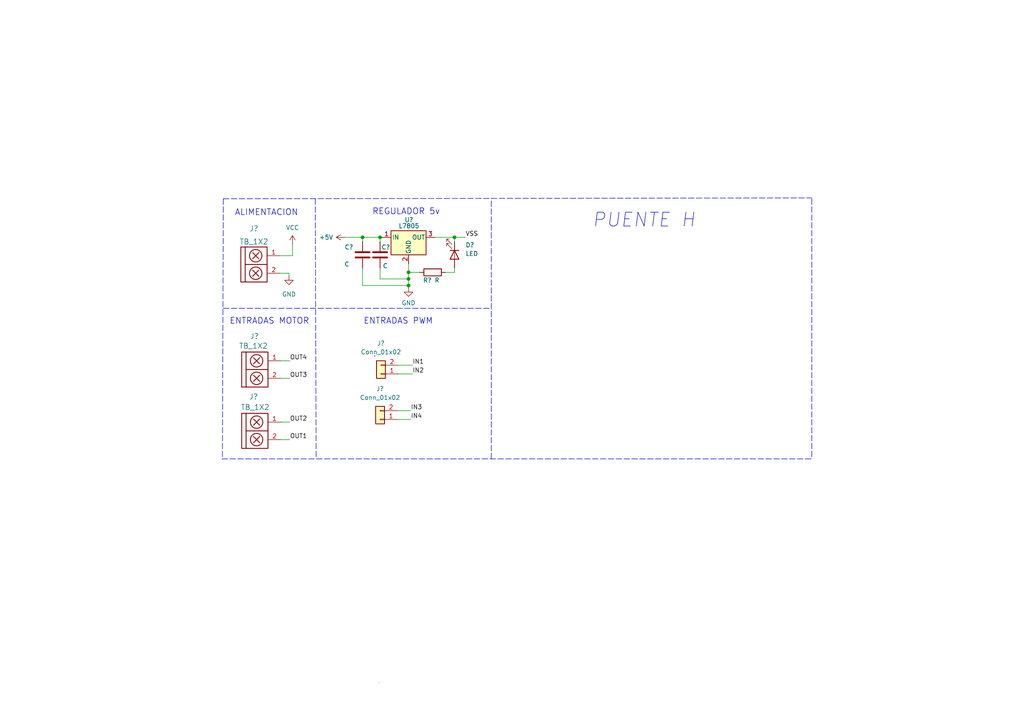
<source format=kicad_sch>
(kicad_sch (version 20211123) (generator eeschema)
  (paper "A4")
  (lib_symbols
    (symbol "Connector_Generic:Conn_01x02" (pin_names (offset 1.016) hide)
      (property "Reference" "J" (at 0 2.54 0))
      (property "Value" "Conn_01x02" (at 0 -5.08 0))
      (symbol "Conn_01x02_1_1"
        (rectangle (start -1.27 -2.413) (end 0 -2.667) (stroke (width 0.1524)))
        (rectangle (start -1.27 0.127) (end 0 -0.127) (stroke (width 0.1524)))
        (rectangle (start -1.27 1.27) (end 1.27 -3.81) (stroke (width 0.254)) (fill (type background)))
        (pin passive line (at -5.08 0 0) (length 3.81) (name "Pin_1") (number "1"))
        (pin passive line (at -5.08 -2.54 0) (length 3.81) (name "Pin_2") (number "2"))
      )
    )
    (symbol "Device:C" (pin_numbers hide) (pin_names (offset 0.254))
      (property "Reference" "C" (at 0.635 2.54 0))
      (property "Value" "C" (at 0.635 -2.54 0))
      (symbol "C_0_1"
        (polyline (pts (xy -2.032 -0.762) (xy 2.032 -0.762)) (stroke (width 0.508)))
        (polyline (pts (xy -2.032 0.762) (xy 2.032 0.762)) (stroke (width 0.508)))
      )
      (symbol "C_1_1"
        (pin passive line (at 0 3.81 270) (length 2.794) (name "~") (number "1"))
        (pin passive line (at 0 -3.81 90) (length 2.794) (name "~") (number "2"))
      )
    )
    (symbol "Device:D" (pin_numbers hide) (pin_names (offset 1.016) hide)
      (property "Reference" "D" (at 0 2.54 0))
      (property "Value" "D" (at 0 -2.54 0))
      (symbol "D_0_1"
        (polyline (pts (xy -1.27 1.27) (xy -1.27 -1.27)) (stroke (width 0.254)))
        (polyline (pts (xy 1.27 0) (xy -1.27 0)))
        (polyline (pts (xy 1.27 1.27) (xy 1.27 -1.27) (xy -1.27 0) (xy 1.27 1.27)) (stroke (width 0.254)))
      )
      (symbol "D_1_1"
        (pin passive line (at -3.81 0 0) (length 2.54) (name "K") (number "1"))
        (pin passive line (at 3.81 0 180) (length 2.54) (name "A") (number "2"))
      )
    )
    (symbol "Device:LED" (pin_numbers hide) (pin_names (offset 1.016) hide)
      (property "Reference" "D" (at 0 2.54 0))
      (property "Value" "LED" (at 0 -2.54 0))
      (symbol "LED_0_1"
        (polyline (pts (xy -1.27 -1.27) (xy -1.27 1.27)) (stroke (width 0.254)))
        (polyline (pts (xy -1.27 0) (xy 1.27 0)))
        (polyline (pts (xy 1.27 -1.27) (xy 1.27 1.27) (xy -1.27 0) (xy 1.27 -1.27)) (stroke (width 0.254)))
        (polyline (pts (xy -3.048 -0.762) (xy -4.572 -2.286) (xy -3.81 -2.286) (xy -4.572 -2.286) (xy -4.572 -1.524)))
        (polyline (pts (xy -1.778 -0.762) (xy -3.302 -2.286) (xy -2.54 -2.286) (xy -3.302 -2.286) (xy -3.302 -1.524)))
      )
      (symbol "LED_1_1"
        (pin passive line (at -3.81 0 0) (length 2.54) (name "K") (number "1"))
        (pin passive line (at 3.81 0 180) (length 2.54) (name "A") (number "2"))
      )
    )
    (symbol "Device:R" (pin_numbers hide) (pin_names (offset 0))
      (property "Reference" "R" (at 2.032 0 90))
      (property "Value" "R" (at 0 0 90))
      (symbol "R_0_1"
        (rectangle (start -1.016 -2.54) (end 1.016 2.54) (stroke (width 0.254)))
      )
      (symbol "R_1_1"
        (pin passive line (at 0 3.81 270) (length 1.27) (name "~") (number "1"))
        (pin passive line (at 0 -3.81 90) (length 1.27) (name "~") (number "2"))
      )
    )
    (symbol "EESTN5:L298(H)N" (pin_names (offset 1.016))
      (property "Reference" "U" (at -1.905 18.415 0))
      (property "Value" "L298(H)N" (at -1.905 16.51 0))
      (symbol "L298(H)N_0_1"
        (rectangle (start -12.7 15.24) (end 12.7 -15.24) (stroke (width 0.254)) (fill (type background)))
      )
      (symbol "L298(H)N_1_1"
        (pin power_in line (at -7.62 -17.78 90) (length 2.54) (name "SENSE_A") (number "1"))
        (pin input line (at -15.24 2.54 0) (length 2.54) (name "IN3") (number "10"))
        (pin input line (at -15.24 -2.54 0) (length 2.54) (name "EnB") (number "11"))
        (pin input line (at -15.24 0 0) (length 2.54) (name "IN4") (number "12"))
        (pin output line (at 15.24 -2.54 180) (length 2.54) (name "OUT3") (number "13"))
        (pin output line (at 15.24 -5.08 180) (length 2.54) (name "OUT4") (number "14"))
        (pin power_in line (at -5.08 -17.78 90) (length 2.54) (name "SENSE_B") (number "15"))
        (pin output line (at 15.24 5.08 180) (length 2.54) (name "OUT1") (number "2"))
        (pin output line (at 15.24 2.54 180) (length 2.54) (name "OUT2") (number "3"))
        (pin power_in line (at 2.54 17.78 270) (length 2.54) (name "Vs") (number "4"))
        (pin input line (at -15.24 12.7 0) (length 2.54) (name "IN1") (number "5"))
        (pin input line (at -15.24 7.62 0) (length 2.54) (name "EnA") (number "6"))
        (pin input line (at -15.24 10.16 0) (length 2.54) (name "IN2") (number "7"))
        (pin power_in line (at 0 -17.78 90) (length 2.54) (name "GND") (number "8"))
        (pin power_in line (at 0 17.78 270) (length 2.54) (name "Vss") (number "9"))
      )
    )
    (symbol "EESTN5:TB_1X2" (pin_names (offset 1.016))
      (property "Reference" "J" (at 0 7.62 0))
      (property "Value" "TB_1X2" (at 1.27 -7.62 0))
      (symbol "TB_1X2_0_1"
        (rectangle (start -2.54 5.08) (end 5.08 -5.08) (stroke (width 0.254)))
        (polyline (pts (xy -1.27 0) (xy 5.08 0)) (stroke (width 0.254)))
        (polyline (pts (xy -1.27 5.08) (xy -1.27 -5.08)) (stroke (width 0.254)))
        (polyline (pts (xy 0.889 -3.429) (xy 2.667 -1.651)) (stroke (width 0.254)))
        (polyline (pts (xy 0.889 -1.651) (xy 2.667 -3.429)) (stroke (width 0.254)))
        (polyline (pts (xy 0.889 1.651) (xy 2.667 3.429)) (stroke (width 0.254)))
        (polyline (pts (xy 0.889 3.429) (xy 2.667 1.651)) (stroke (width 0.254)))
        (circle (center 1.778 -2.54) (radius 1.8034) (stroke (width 0.254)))
        (circle (center 1.778 2.54) (radius 1.8034) (stroke (width 0.254)))
      )
      (symbol "TB_1X2_1_1"
        (pin input line (at 8.89 2.54 180) (length 3.81) (name "~") (number "1"))
        (pin input line (at 8.89 -2.54 180) (length 3.81) (name "~") (number "2"))
      )
    )
    (symbol "Regulator_Linear:L7805" (pin_names (offset 0.254))
      (property "Reference" "U" (at -3.81 3.175 0))
      (property "Value" "L7805" (at 0 3.175 0))
      (symbol "L7805_0_1"
        (rectangle (start -5.08 1.905) (end 5.08 -5.08) (stroke (width 0.254)) (fill (type background)))
      )
      (symbol "L7805_1_1"
        (pin power_in line (at -7.62 0 0) (length 2.54) (name "IN") (number "1"))
        (pin power_in line (at 0 -7.62 90) (length 2.54) (name "GND") (number "2"))
        (pin power_out line (at 7.62 0 180) (length 2.54) (name "OUT") (number "3"))
      )
    )
    (symbol "power:+5V" (power) (pin_names (offset 0))
      (property "Value" "+5V" (at 0 3.556 0))
      (symbol "+5V_0_1"
        (polyline (pts (xy -0.762 1.27) (xy 0 2.54)))
        (polyline (pts (xy 0 0) (xy 0 2.54)))
        (polyline (pts (xy 0 2.54) (xy 0.762 1.27)))
      )
      (symbol "+5V_1_1"
        (pin power_in line (at 0 0 90) (length 0) hide (name "+5V") (number "1"))
      )
    )
    (symbol "power:GND" (power) (pin_names (offset 0))
      (property "Value" "GND" (at 0 -3.81 0))
      (symbol "GND_0_1"
        (polyline (pts (xy 0 0) (xy 0 -1.27) (xy 1.27 -1.27) (xy 0 -2.54) (xy -1.27 -1.27) (xy 0 -1.27)))
      )
      (symbol "GND_1_1"
        (pin power_in line (at 0 0 270) (length 0) hide (name "GND") (number "1"))
      )
    )
    (symbol "power:VCC" (power) (pin_names (offset 0))
      (property "Value" "VCC" (at 0 3.81 0))
      (symbol "VCC_0_1"
        (polyline (pts (xy -0.762 1.27) (xy 0 2.54)))
        (polyline (pts (xy 0 0) (xy 0 2.54)))
        (polyline (pts (xy 0 2.54) (xy 0.762 1.27)))
      )
      (symbol "VCC_1_1"
        (pin power_in line (at 0 0 90) (length 0) hide (name "VCC") (number "1"))
      )
    )
  )
  (junction (at 105.156 68.834))
  (junction (at -10.16 91.694))
  (junction (at -19.05 89.154))
  (junction (at -36.576 81.534))
  (junction (at -19.05 70.612))
  (junction (at 110.236 68.834))
  (junction (at -23.368 70.612))
  (junction (at 118.491 80.899))
  (junction (at -23.368 103.124))
  (junction (at 118.491 78.994))
  (junction (at 118.491 82.804))
  (junction (at -19.05 103.124))
  (junction (at 131.826 68.834))
  (junction (at -27.686 103.124))
  (junction (at -27.686 70.612))
  (junction (at -27.686 84.074))
  (wire (pts (xy -27.686 100.584) (xy -27.686 103.124)))
  (wire (pts (xy -23.368 70.612) (xy -19.05 70.612)))
  (wire (pts (xy 84.074 104.648) (xy 81.534 104.648)))
  (wire (pts (xy -36.576 81.534) (xy -36.576 92.964)))
  (wire (pts (xy -19.05 100.584) (xy -19.05 103.124)))
  (wire (pts (xy -43.688 84.074) (xy -27.686 84.074)))
  (wire (pts (xy -10.16 80.264) (xy -10.16 91.694)))
  (wire (pts (xy -43.688 89.154) (xy -19.05 89.154)))
  (wire (pts (xy 84.074 127.508) (xy 81.534 127.508)))
  (polyline (pts (xy 108.712 103.124) (xy 108.712 103.378)))
  (wire (pts (xy -19.05 80.264) (xy -19.05 89.154)))
  (wire (pts (xy 110.236 68.834) (xy 110.236 70.104)))
  (wire (pts (xy 131.826 78.994) (xy 129.286 78.994)))
  (wire (pts (xy 115.316 119.126) (xy 119.126 119.126)))
  (wire (pts (xy -58.928 66.294) (xy -58.928 68.834)))
  (wire (pts (xy -69.342 106.68) (xy -66.548 106.68)))
  (wire (pts (xy 115.57 105.918) (xy 119.634 105.918)))
  (wire (pts (xy -66.548 106.68) (xy -66.548 104.394)))
  (wire (pts (xy -76.708 86.614) (xy -74.168 86.614)))
  (wire (pts (xy 131.826 68.834) (xy 135.001 68.834)))
  (polyline (pts (xy 64.77 89.408) (xy 142.494 89.408)))
  (wire (pts (xy 105.156 77.724) (xy 105.156 82.804)))
  (wire (pts (xy -36.576 100.584) (xy -36.576 103.124)))
  (wire (pts (xy -19.05 89.154) (xy -4.826 89.154)))
  (wire (pts (xy -10.16 91.694) (xy -10.16 92.964)))
  (wire (pts (xy 84.836 70.866) (xy 84.836 74.168)))
  (wire (pts (xy 83.82 79.248) (xy 83.82 80.01)))
  (wire (pts (xy -27.686 103.124) (xy -23.368 103.124)))
  (wire (pts (xy -19.05 89.154) (xy -19.05 92.964)))
  (wire (pts (xy -58.928 104.394) (xy -58.928 106.934)))
  (wire (pts (xy 110.236 77.724) (xy 110.236 80.899)))
  (wire (pts (xy -10.16 70.612) (xy -10.16 72.644)))
  (wire (pts (xy -43.688 91.694) (xy -10.16 91.694)))
  (polyline (pts (xy 235.458 57.658) (xy 235.458 133.096)))
  (polyline (pts (xy 91.44 57.658) (xy 91.694 133.096)))
  (wire (pts (xy 81.28 74.168) (xy 84.836 74.168)))
  (wire (pts (xy -23.368 68.326) (xy -23.368 70.612)))
  (wire (pts (xy 126.111 68.834) (xy 131.826 68.834)))
  (wire (pts (xy 100.076 68.834) (xy 105.156 68.834)))
  (wire (pts (xy -76.708 84.074) (xy -74.168 84.074)))
  (polyline (pts (xy 235.204 133.096) (xy 64.262 133.096)))
  (polyline (pts (xy 110.0074 198.0184) (xy 110.0074 198.0438)))
  (wire (pts (xy 118.491 80.899) (xy 118.491 82.804)))
  (wire (pts (xy 115.316 121.666) (xy 119.126 121.666)))
  (wire (pts (xy -10.16 103.124) (xy -10.16 100.584)))
  (wire (pts (xy 84.074 122.428) (xy 81.534 122.428)))
  (wire (pts (xy -19.05 103.124) (xy -10.16 103.124)))
  (wire (pts (xy -64.008 104.394) (xy -64.008 106.934)))
  (wire (pts (xy -36.576 72.644) (xy -36.576 70.612)))
  (wire (pts (xy 110.236 80.899) (xy 118.491 80.899)))
  (wire (pts (xy -36.576 103.124) (xy -27.686 103.124)))
  (polyline (pts (xy 64.77 57.658) (xy 235.458 57.404)))
  (wire (pts (xy -23.368 103.124) (xy -19.05 103.124)))
  (wire (pts (xy -36.576 80.264) (xy -36.576 81.534)))
  (wire (pts (xy 118.491 78.994) (xy 121.666 78.994)))
  (wire (pts (xy -27.686 70.612) (xy -27.686 72.644)))
  (wire (pts (xy 131.826 68.834) (xy 131.826 70.104)))
  (wire (pts (xy -76.708 73.914) (xy -74.168 73.914)))
  (wire (pts (xy 131.826 77.724) (xy 131.826 78.994)))
  (wire (pts (xy 110.236 68.834) (xy 110.871 68.834)))
  (wire (pts (xy -19.05 70.612) (xy -10.16 70.612)))
  (wire (pts (xy -19.05 70.612) (xy -19.05 72.644)))
  (wire (pts (xy -36.576 81.534) (xy -4.826 81.534)))
  (wire (pts (xy 81.28 79.248) (xy 83.82 79.248)))
  (wire (pts (xy -27.686 70.612) (xy -23.368 70.612)))
  (wire (pts (xy -43.688 81.534) (xy -36.576 81.534)))
  (wire (pts (xy 118.491 76.454) (xy 118.491 78.994)))
  (wire (pts (xy 115.57 108.458) (xy 119.634 108.458)))
  (wire (pts (xy -36.576 70.612) (xy -27.686 70.612)))
  (wire (pts (xy -27.686 80.264) (xy -27.686 84.074)))
  (wire (pts (xy -23.368 103.124) (xy -23.368 105.41)))
  (wire (pts (xy -10.16 91.694) (xy -4.826 91.694)))
  (wire (pts (xy 105.156 82.804) (xy 118.491 82.804)))
  (polyline (pts (xy 64.77 57.658) (xy 64.516 133.096)))
  (wire (pts (xy -27.686 84.074) (xy -27.686 92.964)))
  (wire (pts (xy -76.708 76.454) (xy -74.168 76.454)))
  (wire (pts (xy 105.156 68.834) (xy 110.236 68.834)))
  (wire (pts (xy 118.491 82.804) (xy 118.491 83.439)))
  (wire (pts (xy -27.686 84.074) (xy -4.826 84.074)))
  (polyline (pts (xy 142.494 133.096) (xy 142.494 57.658)))
  (wire (pts (xy 84.074 109.728) (xy 81.534 109.728)))
  (wire (pts (xy 118.491 78.994) (xy 118.491 80.899)))
  (wire (pts (xy 105.156 68.834) (xy 105.156 70.104)))
  (text "PUENTE H" (at 171.704 66.294 0) (effects (font (size 4 4) italic) (justify left bottom)))
  (text "ENTRADAS PWM" (at 105.41 94.234 0) (effects (font (size 1.75 1.75)) (justify left bottom)))
  (text "ALIMENTACION" (at 68.072 62.738 0) (effects (font (size 1.75 1.75)) (justify left bottom)))
  (text "ENTRADAS MOTOR" (at 66.548 94.234 0) (effects (font (size 1.75 1.75)) (justify left bottom)))
  (text "REGULADOR 5v" (at 107.95 62.484 0) (effects (font (size 1.75 1.75)) (justify left bottom)))
  (label "OUT2" (at 84.074 122.428 0))
  (label "IN4" (at -76.708 86.614 180))
  (label "OUT1" (at 84.074 127.508 0))
  (label "IN4" (at 119.126 121.666 0))
  (label "IN1" (at -76.708 73.914 180))
  (label "IN2" (at -76.708 76.454 180))
  (label "IN3" (at -76.708 84.074 180))
  (label "IN2" (at 119.634 108.458 0))
  (label "IN1" (at 119.634 105.918 0))
  (label "VSS" (at 135.001 68.834 0))
  (label "OUT4" (at -4.826 91.694 0))
  (label "OUT4" (at 84.074 104.648 0))
  (label "VSS" (at -58.928 66.294 90))
  (label "OUT1" (at -4.826 81.534 0))
  (label "OUT3" (at 84.074 109.728 0))
  (label "IN3" (at 119.126 119.126 0))
  (label "OUT2" (at -4.826 84.074 0))
  (label "OUT3" (at -4.826 89.154 0))
  (symbol (lib_id "power:+5V") (at 100.076 68.834 90) (unit 1)
    (property "Reference" "#PWR?" (effects hide))
    (property "Value" "+5V" (at 96.647 68.8339 90) (effects (justify left)))
  )
  (symbol (lib_id "power:GND") (at -64.008 106.934 0) (unit 1)
    (property "Reference" "#PWR?" (effects hide))
    (property "Value" "GND" (at -63.5 106.934 0) (effects (justify left)))
  )
  (symbol (lib_id "Connector_Generic:Conn_01x02") (at 110.49 108.458 180) (unit 1)
    (property "Reference" "J?" (at 110.49 99.568 0))
    (property "Value" "Conn_01x02" (at 110.49 102.108 0))
  )
  (symbol (lib_id "Device:D") (at -19.05 96.774 270) (unit 1)
    (property "Reference" "D?" (at -16.764 95.5039 90) (effects (justify left)))
    (property "Value" "D" (at -16.764 98.0439 90) (effects (justify left)))
  )
  (symbol (lib_id "Device:C") (at 110.236 73.914 0) (unit 1)
    (property "Reference" "C?" (at 110.617 71.7042 0) (effects (justify left)))
    (property "Value" "C" (at 110.998 77.1144 0) (effects (justify left)))
  )
  (symbol (lib_id "Device:D") (at -10.16 96.774 270) (unit 1)
    (property "Reference" "D?" (at -7.874 95.5039 90) (effects (justify left)))
    (property "Value" "D" (at -7.874 98.0439 90) (effects (justify left)))
  )
  (symbol (lib_id "Device:R") (at 125.476 78.994 270) (unit 1)
    (property "Reference" "R?" (at 123.952 81.28 90))
    (property "Value" "R" (at 126.746 81.28 90))
  )
  (symbol (lib_id "power:GND") (at -58.928 106.934 0) (unit 1)
    (property "Reference" "#PWR?" (effects hide))
    (property "Value" "GND" (at -58.166 106.934 0) (effects (justify left)))
  )
  (symbol (lib_id "Device:D") (at -36.576 96.774 270) (unit 1)
    (property "Reference" "D?" (at -34.29 95.5039 90) (effects (justify left)))
    (property "Value" "D" (at -34.29 98.0439 90) (effects (justify left)))
  )
  (symbol (lib_id "power:GND") (at 83.82 80.01 0) (unit 1)
    (property "Reference" "#PWR?" (effects hide))
    (property "Value" "GND" (at 83.82 85.344 0))
  )
  (symbol (lib_id "power:VCC") (at 84.836 70.866 0) (unit 1)
    (property "Reference" "#PWR?" (effects hide))
    (property "Value" "VCC" (at 84.836 66.04 0))
  )
  (symbol (lib_id "Device:D") (at -27.686 76.454 270) (unit 1)
    (property "Reference" "D?" (at -25.4 75.1839 90) (effects (justify left)))
    (property "Value" "D" (at -25.4 77.7239 90) (effects (justify left)))
  )
  (symbol (lib_id "Device:D") (at -27.686 96.774 270) (unit 1)
    (property "Reference" "D?" (at -25.4 95.5039 90) (effects (justify left)))
    (property "Value" "D" (at -25.4 98.0439 90) (effects (justify left)))
  )
  (symbol (lib_id "Regulator_Linear:L7805") (at 118.491 68.834 0) (unit 1)
    (property "Reference" "U?" (at 118.618 63.754 0))
    (property "Value" "L7805" (at 118.618 65.532 0))
    (property "Datasheet" "http://www.st.com/content/ccc/resource/technical/document/datasheet/41/4f/b3/b0/12/d4/47/88/CD00000444.pdf/files/CD00000444.pdf/jcr:content/translations/en.CD00000444.pdf" (effects hide))
  )
  (symbol (lib_id "EESTN5:TB_1X2") (at 72.644 107.188 0) (unit 1)
    (property "Reference" "J?" (at 75.184 97.536 0) (effects (font (size 1.524 1.524)) (justify right)))
    (property "Value" "TB_1X2" (at 77.724 100.33 0) (effects (font (size 1.524 1.524)) (justify right)))
  )
  (symbol (lib_id "Device:C") (at 105.156 73.914 0) (unit 1)
    (property "Reference" "C?" (at 99.9236 71.7042 0) (effects (justify left)))
    (property "Value" "C" (at 99.8474 76.6318 0) (effects (justify left)))
  )
  (symbol (lib_id "Device:D") (at -36.576 76.454 270) (unit 1)
    (property "Reference" "D?" (at -34.29 75.1839 90) (effects (justify left)))
    (property "Value" "D" (at -34.29 77.7239 90) (effects (justify left)))
  )
  (symbol (lib_id "Device:D") (at -19.05 76.454 270) (unit 1)
    (property "Reference" "D?" (at -16.764 75.1839 90) (effects (justify left)))
    (property "Value" "D" (at -16.764 77.7239 90) (effects (justify left)))
  )
  (symbol (lib_id "EESTN5:L298(H)N") (at -58.928 86.614 0) (unit 1)
    (property "Reference" "U1" (at -54.3686 65.659 0) (effects (justify left)))
    (property "Value" "L298HN" (at -54.3686 68.199 0) (effects (justify left)))
    (property "Footprint" "Multiwatt_15_Vertical" (effects hide))
    (property "Datasheet" "http://www.st.com/st-web-ui/static/active/en/resource/technical/document/datasheet/CD00000240.pdf" (effects hide))
  )
  (symbol (lib_id "EESTN5:TB_1X2") (at 72.644 124.968 0) (unit 1)
    (property "Reference" "J?" (at 74.93 115.062 0) (effects (font (size 1.524 1.524)) (justify right)))
    (property "Value" "TB_1X2" (at 78.232 118.11 0) (effects (font (size 1.524 1.524)) (justify right)))
  )
  (symbol (lib_id "power:VCC") (at -23.368 68.326 0) (unit 1)
    (property "Reference" "#PWR?" (effects hide))
    (property "Value" "VCC" (at -23.368 63.754 0))
  )
  (symbol (lib_id "EESTN5:TB_1X2") (at 72.39 76.708 0) (unit 1)
    (property "Reference" "J?" (at 73.66 66.294 0) (effects (font (size 1.524 1.524))))
    (property "Value" "TB_1X2" (at 73.66 70.104 0) (effects (font (size 1.524 1.524))))
  )
  (symbol (lib_id "Device:D") (at -10.16 76.454 270) (unit 1)
    (property "Reference" "D?" (at -7.874 75.1839 90) (effects (justify left)))
    (property "Value" "D" (at -7.874 77.7239 90) (effects (justify left)))
  )
  (symbol (lib_id "power:GND") (at -23.368 105.41 0) (unit 1)
    (property "Reference" "#PWR?" (effects hide))
    (property "Value" "GND" (at -23.368 110.744 0))
  )
  (symbol (lib_id "power:GND") (at -69.342 106.68 270) (unit 1)
    (property "Reference" "#PWR?" (effects hide))
    (property "Value" "GND" (at -73.152 106.6799 90) (effects (justify right)))
  )
  (symbol (lib_id "power:GND") (at 118.491 83.439 0) (unit 1)
    (property "Reference" "#PWR?" (effects hide))
    (property "Value" "GND" (at 118.491 87.884 0))
  )
  (symbol (lib_id "Connector_Generic:Conn_01x02") (at 110.236 121.666 180) (unit 1)
    (property "Reference" "J?" (at 110.236 112.776 0))
    (property "Value" "Conn_01x02" (at 110.236 115.316 0))
  )
  (symbol (lib_id "Device:LED") (at 131.826 73.914 270) (unit 1)
    (property "Reference" "D?" (at 135.001 71.0564 90) (effects (justify left)))
    (property "Value" "LED" (at 135.001 73.5964 90) (effects (justify left)))
  )
)
</source>
